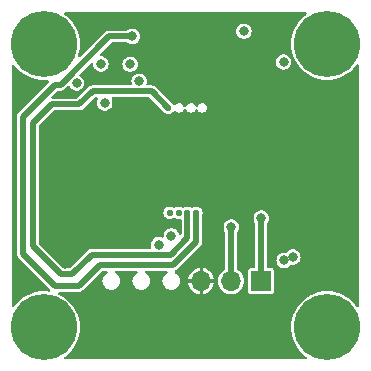
<source format=gbr>
%TF.GenerationSoftware,KiCad,Pcbnew,7.0.10*%
%TF.CreationDate,2024-02-18T19:35:46+01:00*%
%TF.ProjectId,CSI2SPY22,43534932-5350-4593-9232-2e6b69636164,rev?*%
%TF.SameCoordinates,Original*%
%TF.FileFunction,Copper,L2,Inr*%
%TF.FilePolarity,Positive*%
%FSLAX46Y46*%
G04 Gerber Fmt 4.6, Leading zero omitted, Abs format (unit mm)*
G04 Created by KiCad (PCBNEW 7.0.10) date 2024-02-18 19:35:46*
%MOMM*%
%LPD*%
G01*
G04 APERTURE LIST*
%TA.AperFunction,ComponentPad*%
%ADD10R,1.700000X1.700000*%
%TD*%
%TA.AperFunction,ComponentPad*%
%ADD11O,1.700000X1.700000*%
%TD*%
%TA.AperFunction,ComponentPad*%
%ADD12C,5.600000*%
%TD*%
%TA.AperFunction,ViaPad*%
%ADD13C,0.800000*%
%TD*%
%TA.AperFunction,ViaPad*%
%ADD14C,0.450000*%
%TD*%
%TA.AperFunction,ViaPad*%
%ADD15C,0.550000*%
%TD*%
%TA.AperFunction,ViaPad*%
%ADD16C,0.500000*%
%TD*%
%TA.AperFunction,Conductor*%
%ADD17C,0.500000*%
%TD*%
G04 APERTURE END LIST*
D10*
%TO.N,/IO0*%
%TO.C,J3*%
X21425000Y-23075000D03*
D11*
%TO.N,/IO1*%
X18885000Y-23075000D03*
%TO.N,GND*%
X16345000Y-23075000D03*
%TD*%
D12*
%TO.N,unconnected-(H2-Pad1)*%
%TO.C,H2*%
X3000000Y-27000000D03*
%TD*%
%TO.N,unconnected-(H1-Pad1)*%
%TO.C,H1*%
X3000000Y-3000000D03*
%TD*%
%TO.N,unconnected-(H3-Pad1)*%
%TO.C,H3*%
X27000000Y-27000000D03*
%TD*%
%TO.N,unconnected-(H4-Pad1)*%
%TO.C,H4*%
X27000000Y-3000000D03*
%TD*%
D13*
%TO.N,GND*%
X16740000Y-950000D03*
X3000000Y-12750000D03*
X16750000Y-4350000D03*
X27000000Y-11250000D03*
D14*
X15000000Y-12000000D03*
D15*
X17400000Y-8600000D03*
D14*
X15750000Y-12000000D03*
D13*
X6930000Y-24170000D03*
D15*
X11850000Y-8775000D03*
D13*
X22125000Y-1075000D03*
X13550000Y-26130000D03*
X27000000Y-17250000D03*
X22500000Y-9250000D03*
D14*
X14250000Y-12000000D03*
D13*
X19970000Y-28810000D03*
X9070000Y-950000D03*
D14*
X15000000Y-15000000D03*
X14250000Y-13500000D03*
D13*
X12130000Y-950000D03*
X29250000Y-6000000D03*
X3000000Y-14250000D03*
X4840000Y-21650000D03*
X27000000Y-10000000D03*
X3000000Y-15750000D03*
X7060000Y-28810000D03*
D15*
X18107727Y-17332727D03*
D13*
X19970000Y-26050000D03*
D16*
X13000000Y-10550000D03*
D13*
X9500000Y-9250000D03*
X11270000Y-28810000D03*
X3000000Y-11250000D03*
D15*
X12625000Y-8650000D03*
D13*
X3000000Y-18750000D03*
X25100000Y-22800000D03*
X23650000Y-28810000D03*
X3000000Y-17250000D03*
X3000000Y-10000000D03*
X15610000Y-28810000D03*
D16*
X17000000Y-10550000D03*
D13*
X27000000Y-15750000D03*
X26950000Y-20060000D03*
X27000000Y-18750000D03*
D15*
X18100000Y-8775000D03*
D13*
X24750000Y-9250000D03*
X29250000Y-23750000D03*
D14*
X15750000Y-13500000D03*
X15000000Y-13500000D03*
D13*
X5830000Y-950000D03*
X27000000Y-14250000D03*
X750000Y-6000000D03*
X27000000Y-12750000D03*
X20500000Y-9250000D03*
D14*
X14250000Y-15000000D03*
D13*
X5250000Y-9250000D03*
D14*
X15750000Y-15000000D03*
D13*
X750000Y-23750000D03*
%TO.N,/IO0*%
X23310000Y-4540000D03*
X21425000Y-17750000D03*
%TO.N,/IO1*%
X18885000Y-18500000D03*
%TO.N,/SCL*%
X13805000Y-19250000D03*
X7850000Y-4700000D03*
%TO.N,/SDA*%
X12750000Y-20000000D03*
X5790000Y-6310000D03*
%TO.N,/VDD33*%
X23350000Y-21340000D03*
X24090000Y-21040000D03*
X19950000Y-1930000D03*
%TO.N,VCC*%
X8170000Y-8010000D03*
D15*
X15925000Y-17300000D03*
D13*
X10500000Y-2370000D03*
D15*
%TO.N,VDD*%
X13550000Y-8425000D03*
X15175000Y-17300000D03*
%TO.N,EQ{slash}SCL*%
X14425000Y-17300000D03*
D13*
X11080000Y-6170000D03*
%TO.N,ERC{slash}SDA*%
X10325000Y-4725000D03*
D15*
X13675000Y-17300000D03*
%TD*%
D17*
%TO.N,/IO0*%
X21425000Y-17750000D02*
X21425000Y-23075000D01*
%TO.N,/IO1*%
X18885000Y-18500000D02*
X18885000Y-23075000D01*
%TO.N,VCC*%
X4437918Y-6460000D02*
X8527918Y-2370000D01*
X15925000Y-17300000D02*
X15925000Y-19755000D01*
X1230000Y-20750000D02*
X1230000Y-9160000D01*
X5950000Y-23500000D02*
X3980000Y-23500000D01*
X3980000Y-23500000D02*
X1230000Y-20750000D01*
X3930000Y-6460000D02*
X4437918Y-6460000D01*
X7760000Y-21690000D02*
X5950000Y-23500000D01*
X15925000Y-19755000D02*
X13990000Y-21690000D01*
X1230000Y-9160000D02*
X3930000Y-6460000D01*
X8527918Y-2370000D02*
X10500000Y-2370000D01*
X13990000Y-21690000D02*
X7760000Y-21690000D01*
%TO.N,VDD*%
X12145000Y-7020000D02*
X7140000Y-7020000D01*
X13748578Y-20850000D02*
X15175000Y-19423578D01*
X7140000Y-7020000D02*
X6030000Y-8130000D01*
X15175000Y-19423578D02*
X15175000Y-17300000D01*
X6030000Y-8130000D02*
X3667918Y-8130000D01*
X4487918Y-22500000D02*
X5440000Y-22500000D01*
X2080000Y-9717918D02*
X2080000Y-20092082D01*
X13550000Y-8425000D02*
X12145000Y-7020000D01*
X2080000Y-20092082D02*
X4487918Y-22500000D01*
X5440000Y-22500000D02*
X7090000Y-20850000D01*
X3667918Y-8130000D02*
X2080000Y-9717918D01*
X7090000Y-20850000D02*
X13748578Y-20850000D01*
%TD*%
%TA.AperFunction,Conductor*%
%TO.N,GND*%
G36*
X25211023Y-320185D02*
G01*
X25256778Y-372989D01*
X25266722Y-442147D01*
X25237697Y-505703D01*
X25215739Y-525630D01*
X25095040Y-611269D01*
X24839573Y-839570D01*
X24839570Y-839573D01*
X24611269Y-1095040D01*
X24412998Y-1374478D01*
X24247263Y-1674353D01*
X24116146Y-1990899D01*
X24021297Y-2320124D01*
X24021295Y-2320133D01*
X23963905Y-2657906D01*
X23963903Y-2657918D01*
X23944693Y-3000000D01*
X23963903Y-3342081D01*
X23963904Y-3342086D01*
X24021296Y-3679870D01*
X24116147Y-4009104D01*
X24209914Y-4235477D01*
X24247263Y-4325646D01*
X24412998Y-4625521D01*
X24611269Y-4904959D01*
X24839570Y-5160426D01*
X24839573Y-5160429D01*
X25095040Y-5388730D01*
X25095046Y-5388734D01*
X25095047Y-5388735D01*
X25374479Y-5587002D01*
X25674352Y-5752736D01*
X25990896Y-5883853D01*
X26320130Y-5978704D01*
X26657914Y-6036096D01*
X27000000Y-6055307D01*
X27342086Y-6036096D01*
X27679870Y-5978704D01*
X28009104Y-5883853D01*
X28325648Y-5752736D01*
X28625521Y-5587002D01*
X28904953Y-5388735D01*
X29160428Y-5160428D01*
X29388735Y-4904953D01*
X29474370Y-4784260D01*
X29529218Y-4740977D01*
X29598760Y-4734217D01*
X29660917Y-4766128D01*
X29695955Y-4826577D01*
X29699500Y-4856016D01*
X29699500Y-25143983D01*
X29679815Y-25211022D01*
X29627011Y-25256777D01*
X29557853Y-25266721D01*
X29494297Y-25237696D01*
X29474371Y-25215739D01*
X29388731Y-25095042D01*
X29160429Y-24839573D01*
X29160426Y-24839570D01*
X28904959Y-24611269D01*
X28625521Y-24412998D01*
X28325646Y-24247263D01*
X28260087Y-24220108D01*
X28009104Y-24116147D01*
X27924479Y-24091766D01*
X27679875Y-24021297D01*
X27679866Y-24021295D01*
X27342093Y-23963905D01*
X27342081Y-23963903D01*
X27000000Y-23944693D01*
X26657918Y-23963903D01*
X26657906Y-23963905D01*
X26320133Y-24021295D01*
X26320124Y-24021297D01*
X25990899Y-24116146D01*
X25990896Y-24116147D01*
X25898184Y-24154549D01*
X25674353Y-24247263D01*
X25374478Y-24412998D01*
X25095040Y-24611269D01*
X24839573Y-24839570D01*
X24839570Y-24839573D01*
X24611269Y-25095040D01*
X24412998Y-25374478D01*
X24247263Y-25674353D01*
X24116146Y-25990899D01*
X24021297Y-26320124D01*
X24021295Y-26320133D01*
X23963905Y-26657906D01*
X23963903Y-26657918D01*
X23944693Y-27000000D01*
X23963903Y-27342081D01*
X23963905Y-27342093D01*
X23993626Y-27517020D01*
X24021296Y-27679870D01*
X24116147Y-28009104D01*
X24188764Y-28184416D01*
X24247263Y-28325646D01*
X24412998Y-28625521D01*
X24611269Y-28904959D01*
X24839570Y-29160426D01*
X24839573Y-29160429D01*
X25095040Y-29388730D01*
X25215739Y-29474370D01*
X25259023Y-29529218D01*
X25265783Y-29598760D01*
X25233872Y-29660917D01*
X25173423Y-29695955D01*
X25143984Y-29699500D01*
X4856016Y-29699500D01*
X4788977Y-29679815D01*
X4743222Y-29627011D01*
X4733278Y-29557853D01*
X4762303Y-29494297D01*
X4784261Y-29474370D01*
X4904953Y-29388735D01*
X4962836Y-29337008D01*
X4985414Y-29316829D01*
X5160428Y-29160428D01*
X5388735Y-28904953D01*
X5587002Y-28625521D01*
X5752736Y-28325648D01*
X5883853Y-28009104D01*
X5978704Y-27679870D01*
X6036096Y-27342086D01*
X6055307Y-27000000D01*
X6036096Y-26657914D01*
X5978704Y-26320130D01*
X5883853Y-25990896D01*
X5752736Y-25674352D01*
X5587002Y-25374479D01*
X5388735Y-25095047D01*
X5388731Y-25095042D01*
X5388730Y-25095040D01*
X5160429Y-24839573D01*
X5160426Y-24839570D01*
X4904959Y-24611269D01*
X4625521Y-24412998D01*
X4325646Y-24247263D01*
X4305845Y-24239061D01*
X4251442Y-24195220D01*
X4229377Y-24128926D01*
X4246656Y-24061226D01*
X4297794Y-24013616D01*
X4353298Y-24000500D01*
X5882857Y-24000500D01*
X5909215Y-24003334D01*
X5913927Y-24004359D01*
X5963461Y-24000815D01*
X5972308Y-24000500D01*
X5985799Y-24000500D01*
X5999156Y-23998579D01*
X6007951Y-23997633D01*
X6057483Y-23994091D01*
X6061992Y-23992408D01*
X6087685Y-23985850D01*
X6092457Y-23985165D01*
X6137637Y-23964530D01*
X6145801Y-23961149D01*
X6192331Y-23943796D01*
X6196189Y-23940907D01*
X6218995Y-23927375D01*
X6223373Y-23925377D01*
X6260899Y-23892859D01*
X6267778Y-23887316D01*
X6278593Y-23879221D01*
X6288155Y-23869658D01*
X6294605Y-23863653D01*
X6332143Y-23831128D01*
X6334751Y-23827068D01*
X6351381Y-23806431D01*
X7930995Y-22226819D01*
X7992318Y-22193334D01*
X8018676Y-22190500D01*
X8289863Y-22190500D01*
X8356902Y-22210185D01*
X8402657Y-22262989D01*
X8412601Y-22332147D01*
X8383576Y-22395703D01*
X8358002Y-22418100D01*
X8239306Y-22496167D01*
X8239305Y-22496168D01*
X8118910Y-22623778D01*
X8031188Y-22775718D01*
X7980870Y-22943789D01*
X7980869Y-22943794D01*
X7970668Y-23118933D01*
X7998716Y-23277991D01*
X8001135Y-23291711D01*
X8070623Y-23452804D01*
X8070624Y-23452806D01*
X8070626Y-23452809D01*
X8161595Y-23575000D01*
X8175390Y-23593530D01*
X8309786Y-23706302D01*
X8387488Y-23745325D01*
X8466562Y-23785038D01*
X8466563Y-23785038D01*
X8466567Y-23785040D01*
X8637279Y-23825500D01*
X8637282Y-23825500D01*
X8768701Y-23825500D01*
X8768709Y-23825500D01*
X8899255Y-23810241D01*
X9064117Y-23750237D01*
X9210696Y-23653830D01*
X9331092Y-23526218D01*
X9418812Y-23374281D01*
X9469130Y-23206210D01*
X9479331Y-23031065D01*
X9448865Y-22858289D01*
X9379377Y-22697196D01*
X9363549Y-22675936D01*
X9274609Y-22556469D01*
X9202744Y-22496167D01*
X9140214Y-22443698D01*
X9103599Y-22425309D01*
X9052527Y-22377633D01*
X9035337Y-22309910D01*
X9057489Y-22243645D01*
X9111951Y-22199876D01*
X9159252Y-22190500D01*
X10829863Y-22190500D01*
X10896902Y-22210185D01*
X10942657Y-22262989D01*
X10952601Y-22332147D01*
X10923576Y-22395703D01*
X10898002Y-22418100D01*
X10779306Y-22496167D01*
X10779305Y-22496168D01*
X10658910Y-22623778D01*
X10571188Y-22775718D01*
X10520870Y-22943789D01*
X10520869Y-22943794D01*
X10510668Y-23118933D01*
X10538716Y-23277991D01*
X10541135Y-23291711D01*
X10610623Y-23452804D01*
X10610624Y-23452806D01*
X10610626Y-23452809D01*
X10701595Y-23575000D01*
X10715390Y-23593530D01*
X10849786Y-23706302D01*
X10927488Y-23745325D01*
X11006562Y-23785038D01*
X11006563Y-23785038D01*
X11006567Y-23785040D01*
X11177279Y-23825500D01*
X11177282Y-23825500D01*
X11308701Y-23825500D01*
X11308709Y-23825500D01*
X11439255Y-23810241D01*
X11604117Y-23750237D01*
X11750696Y-23653830D01*
X11871092Y-23526218D01*
X11958812Y-23374281D01*
X12009130Y-23206210D01*
X12019331Y-23031065D01*
X11988865Y-22858289D01*
X11919377Y-22697196D01*
X11903549Y-22675936D01*
X11814609Y-22556469D01*
X11742744Y-22496167D01*
X11680214Y-22443698D01*
X11643599Y-22425309D01*
X11592527Y-22377633D01*
X11575337Y-22309910D01*
X11597489Y-22243645D01*
X11651951Y-22199876D01*
X11699252Y-22190500D01*
X13369863Y-22190500D01*
X13436902Y-22210185D01*
X13482657Y-22262989D01*
X13492601Y-22332147D01*
X13463576Y-22395703D01*
X13438002Y-22418100D01*
X13319306Y-22496167D01*
X13319305Y-22496168D01*
X13198910Y-22623778D01*
X13111188Y-22775718D01*
X13060870Y-22943789D01*
X13060869Y-22943794D01*
X13050668Y-23118933D01*
X13078716Y-23277991D01*
X13081135Y-23291711D01*
X13150623Y-23452804D01*
X13150624Y-23452806D01*
X13150626Y-23452809D01*
X13241595Y-23575000D01*
X13255390Y-23593530D01*
X13389786Y-23706302D01*
X13467488Y-23745325D01*
X13546562Y-23785038D01*
X13546563Y-23785038D01*
X13546567Y-23785040D01*
X13717279Y-23825500D01*
X13717282Y-23825500D01*
X13848701Y-23825500D01*
X13848709Y-23825500D01*
X13979255Y-23810241D01*
X14144117Y-23750237D01*
X14290696Y-23653830D01*
X14411092Y-23526218D01*
X14498812Y-23374281D01*
X14549130Y-23206210D01*
X14559331Y-23031065D01*
X14540628Y-22924999D01*
X15254186Y-22924999D01*
X15254187Y-22925000D01*
X15867935Y-22925000D01*
X15845000Y-23003111D01*
X15845000Y-23146889D01*
X15867935Y-23225000D01*
X15254187Y-23225000D01*
X15259097Y-23277991D01*
X15314883Y-23474063D01*
X15314886Y-23474069D01*
X15405754Y-23656556D01*
X15528608Y-23819242D01*
X15679260Y-23956578D01*
X15852584Y-24063897D01*
X16042678Y-24137539D01*
X16195000Y-24166013D01*
X16195000Y-23556170D01*
X16202685Y-23559680D01*
X16309237Y-23575000D01*
X16380763Y-23575000D01*
X16487315Y-23559680D01*
X16495000Y-23556170D01*
X16495000Y-24166013D01*
X16647321Y-24137539D01*
X16837415Y-24063897D01*
X17010739Y-23956578D01*
X17161391Y-23819242D01*
X17284245Y-23656556D01*
X17375113Y-23474069D01*
X17375116Y-23474063D01*
X17430902Y-23277991D01*
X17435813Y-23225000D01*
X16822065Y-23225000D01*
X16845000Y-23146889D01*
X16845000Y-23075000D01*
X17779785Y-23075000D01*
X17798602Y-23278082D01*
X17854417Y-23474247D01*
X17854422Y-23474260D01*
X17945327Y-23656821D01*
X18068237Y-23819581D01*
X18218958Y-23956980D01*
X18218960Y-23956982D01*
X18295477Y-24004359D01*
X18392363Y-24064348D01*
X18582544Y-24138024D01*
X18783024Y-24175500D01*
X18783026Y-24175500D01*
X18986974Y-24175500D01*
X18986976Y-24175500D01*
X19187456Y-24138024D01*
X19377637Y-24064348D01*
X19551041Y-23956981D01*
X19559052Y-23949678D01*
X20324500Y-23949678D01*
X20339032Y-24022735D01*
X20339033Y-24022739D01*
X20339034Y-24022740D01*
X20394399Y-24105601D01*
X20477260Y-24160966D01*
X20477264Y-24160967D01*
X20550321Y-24175499D01*
X20550324Y-24175500D01*
X20550326Y-24175500D01*
X22299676Y-24175500D01*
X22299677Y-24175499D01*
X22372740Y-24160966D01*
X22455601Y-24105601D01*
X22510966Y-24022740D01*
X22525500Y-23949674D01*
X22525500Y-22200326D01*
X22525500Y-22200323D01*
X22525499Y-22200321D01*
X22510967Y-22127264D01*
X22510966Y-22127260D01*
X22503025Y-22115375D01*
X22455601Y-22044399D01*
X22388404Y-21999500D01*
X22372739Y-21989033D01*
X22372735Y-21989032D01*
X22299677Y-21974500D01*
X22299674Y-21974500D01*
X22049500Y-21974500D01*
X21982461Y-21954815D01*
X21936706Y-21902011D01*
X21925500Y-21850500D01*
X21925500Y-21340000D01*
X22694722Y-21340000D01*
X22713762Y-21496818D01*
X22745038Y-21579284D01*
X22769780Y-21644523D01*
X22859517Y-21774530D01*
X22977760Y-21879283D01*
X22977762Y-21879284D01*
X23117634Y-21952696D01*
X23271014Y-21990500D01*
X23271015Y-21990500D01*
X23428985Y-21990500D01*
X23582365Y-21952696D01*
X23649350Y-21917539D01*
X23722240Y-21879283D01*
X23840483Y-21774530D01*
X23866224Y-21737235D01*
X23920504Y-21693247D01*
X23989953Y-21685586D01*
X23997939Y-21687277D01*
X24011015Y-21690500D01*
X24168985Y-21690500D01*
X24322365Y-21652696D01*
X24337937Y-21644523D01*
X24462240Y-21579283D01*
X24580483Y-21474530D01*
X24670220Y-21344523D01*
X24726237Y-21196818D01*
X24745278Y-21040000D01*
X24743259Y-21023367D01*
X24726237Y-20883181D01*
X24694369Y-20799154D01*
X24670220Y-20735477D01*
X24580483Y-20605470D01*
X24462240Y-20500717D01*
X24462238Y-20500716D01*
X24462237Y-20500715D01*
X24322365Y-20427303D01*
X24168986Y-20389500D01*
X24168985Y-20389500D01*
X24011015Y-20389500D01*
X24011014Y-20389500D01*
X23857634Y-20427303D01*
X23717762Y-20500715D01*
X23599515Y-20605471D01*
X23573774Y-20642764D01*
X23519491Y-20686754D01*
X23450042Y-20694413D01*
X23442052Y-20692720D01*
X23428988Y-20689500D01*
X23428985Y-20689500D01*
X23271015Y-20689500D01*
X23271014Y-20689500D01*
X23117634Y-20727303D01*
X22977762Y-20800715D01*
X22859516Y-20905471D01*
X22769781Y-21035475D01*
X22769780Y-21035476D01*
X22713762Y-21183181D01*
X22694722Y-21339999D01*
X22694722Y-21340000D01*
X21925500Y-21340000D01*
X21925500Y-18208657D01*
X21945185Y-18141618D01*
X21947450Y-18138217D01*
X22005219Y-18054524D01*
X22005220Y-18054523D01*
X22061237Y-17906818D01*
X22080278Y-17750000D01*
X22075101Y-17707359D01*
X22061237Y-17593181D01*
X22012580Y-17464884D01*
X22005220Y-17445477D01*
X21915483Y-17315470D01*
X21797240Y-17210717D01*
X21797238Y-17210716D01*
X21797237Y-17210715D01*
X21657365Y-17137303D01*
X21503986Y-17099500D01*
X21503985Y-17099500D01*
X21346015Y-17099500D01*
X21346014Y-17099500D01*
X21192634Y-17137303D01*
X21052762Y-17210715D01*
X20934516Y-17315471D01*
X20844781Y-17445475D01*
X20844780Y-17445476D01*
X20788762Y-17593181D01*
X20769722Y-17749999D01*
X20769722Y-17750000D01*
X20788762Y-17906818D01*
X20844780Y-18054523D01*
X20844780Y-18054524D01*
X20902550Y-18138217D01*
X20924433Y-18204571D01*
X20924500Y-18208657D01*
X20924500Y-21850500D01*
X20904815Y-21917539D01*
X20852011Y-21963294D01*
X20800500Y-21974500D01*
X20550323Y-21974500D01*
X20477264Y-21989032D01*
X20477260Y-21989033D01*
X20394399Y-22044399D01*
X20339033Y-22127260D01*
X20339032Y-22127264D01*
X20324500Y-22200321D01*
X20324500Y-23949678D01*
X19559052Y-23949678D01*
X19689095Y-23831128D01*
X19701762Y-23819581D01*
X19704575Y-23815856D01*
X19824673Y-23656821D01*
X19915582Y-23474250D01*
X19971397Y-23278083D01*
X19990215Y-23075000D01*
X19971397Y-22871917D01*
X19915582Y-22675750D01*
X19824673Y-22493179D01*
X19708816Y-22339759D01*
X19701762Y-22330418D01*
X19551482Y-22193421D01*
X19551041Y-22193019D01*
X19450732Y-22130910D01*
X19444222Y-22126879D01*
X19397587Y-22074851D01*
X19385500Y-22021452D01*
X19385500Y-18958657D01*
X19405185Y-18891618D01*
X19407450Y-18888217D01*
X19465219Y-18804524D01*
X19465220Y-18804523D01*
X19521237Y-18656818D01*
X19540278Y-18500000D01*
X19521237Y-18343182D01*
X19465220Y-18195477D01*
X19375483Y-18065470D01*
X19257240Y-17960717D01*
X19257238Y-17960716D01*
X19257237Y-17960715D01*
X19117365Y-17887303D01*
X18963986Y-17849500D01*
X18963985Y-17849500D01*
X18806015Y-17849500D01*
X18806014Y-17849500D01*
X18652634Y-17887303D01*
X18512762Y-17960715D01*
X18394516Y-18065471D01*
X18304781Y-18195475D01*
X18304780Y-18195476D01*
X18248762Y-18343181D01*
X18229722Y-18499999D01*
X18229722Y-18500000D01*
X18248762Y-18656818D01*
X18304780Y-18804523D01*
X18304780Y-18804524D01*
X18362550Y-18888217D01*
X18384433Y-18954571D01*
X18384500Y-18958657D01*
X18384500Y-22021452D01*
X18364815Y-22088491D01*
X18325778Y-22126879D01*
X18218957Y-22193020D01*
X18068237Y-22330418D01*
X17945327Y-22493178D01*
X17854422Y-22675739D01*
X17854417Y-22675752D01*
X17798602Y-22871917D01*
X17779785Y-23074999D01*
X17779785Y-23075000D01*
X16845000Y-23075000D01*
X16845000Y-23003111D01*
X16822065Y-22925000D01*
X17435813Y-22925000D01*
X17435813Y-22924999D01*
X17430902Y-22872008D01*
X17375116Y-22675936D01*
X17375113Y-22675930D01*
X17284245Y-22493443D01*
X17161391Y-22330757D01*
X17010739Y-22193421D01*
X16837415Y-22086102D01*
X16647322Y-22012460D01*
X16495000Y-21983985D01*
X16495000Y-22593829D01*
X16487315Y-22590320D01*
X16380763Y-22575000D01*
X16309237Y-22575000D01*
X16202685Y-22590320D01*
X16195000Y-22593829D01*
X16195000Y-21983985D01*
X16042677Y-22012460D01*
X15852584Y-22086102D01*
X15679260Y-22193421D01*
X15528608Y-22330757D01*
X15405754Y-22493443D01*
X15314886Y-22675930D01*
X15314883Y-22675936D01*
X15259097Y-22872008D01*
X15254186Y-22924999D01*
X14540628Y-22924999D01*
X14528865Y-22858289D01*
X14459377Y-22697196D01*
X14443549Y-22675936D01*
X14354609Y-22556469D01*
X14220214Y-22443698D01*
X14220212Y-22443697D01*
X14129593Y-22398186D01*
X14078519Y-22350508D01*
X14061329Y-22282786D01*
X14083481Y-22216521D01*
X14133732Y-22174582D01*
X14146586Y-22168711D01*
X14177632Y-22154534D01*
X14185801Y-22151149D01*
X14232331Y-22133796D01*
X14236189Y-22130907D01*
X14258995Y-22117375D01*
X14263373Y-22115377D01*
X14300899Y-22082859D01*
X14307778Y-22077316D01*
X14318593Y-22069221D01*
X14328155Y-22059658D01*
X14334605Y-22053653D01*
X14372143Y-22021128D01*
X14374751Y-22017068D01*
X14391381Y-21996431D01*
X16231428Y-20156383D01*
X16252069Y-20139750D01*
X16256128Y-20137143D01*
X16288660Y-20099596D01*
X16294684Y-20093128D01*
X16304213Y-20083600D01*
X16304213Y-20083599D01*
X16304220Y-20083593D01*
X16312319Y-20072772D01*
X16317850Y-20065909D01*
X16350377Y-20028373D01*
X16352375Y-20023995D01*
X16365907Y-20001189D01*
X16368796Y-19997331D01*
X16386149Y-19950801D01*
X16389534Y-19942630D01*
X16392885Y-19935293D01*
X16410165Y-19897457D01*
X16410850Y-19892685D01*
X16417409Y-19866992D01*
X16419091Y-19862483D01*
X16422633Y-19812951D01*
X16423580Y-19804148D01*
X16425500Y-19790799D01*
X16425500Y-19777308D01*
X16425816Y-19768461D01*
X16429359Y-19718927D01*
X16428332Y-19714206D01*
X16425500Y-19687858D01*
X16425500Y-17489548D01*
X16434939Y-17442095D01*
X16436974Y-17437183D01*
X16455035Y-17300000D01*
X16436974Y-17162817D01*
X16384024Y-17034983D01*
X16299791Y-16925209D01*
X16299789Y-16925208D01*
X16299789Y-16925207D01*
X16224514Y-16867446D01*
X16190018Y-16840976D01*
X16190017Y-16840975D01*
X16190015Y-16840974D01*
X16062186Y-16788027D01*
X16062184Y-16788026D01*
X16062183Y-16788026D01*
X15970727Y-16775985D01*
X15925001Y-16769965D01*
X15924999Y-16769965D01*
X15856408Y-16778995D01*
X15787817Y-16788026D01*
X15787816Y-16788026D01*
X15787813Y-16788027D01*
X15659984Y-16840974D01*
X15659982Y-16840976D01*
X15625486Y-16867446D01*
X15560316Y-16892640D01*
X15491872Y-16878601D01*
X15474513Y-16867445D01*
X15440019Y-16840976D01*
X15440016Y-16840975D01*
X15312186Y-16788027D01*
X15312184Y-16788026D01*
X15312183Y-16788026D01*
X15220727Y-16775985D01*
X15175001Y-16769965D01*
X15174999Y-16769965D01*
X15106408Y-16778995D01*
X15037817Y-16788026D01*
X15037816Y-16788026D01*
X15037813Y-16788027D01*
X14909984Y-16840974D01*
X14909982Y-16840976D01*
X14875486Y-16867446D01*
X14810316Y-16892640D01*
X14741872Y-16878601D01*
X14724513Y-16867445D01*
X14690019Y-16840976D01*
X14690016Y-16840975D01*
X14562186Y-16788027D01*
X14562184Y-16788026D01*
X14562183Y-16788026D01*
X14470727Y-16775985D01*
X14425001Y-16769965D01*
X14424999Y-16769965D01*
X14356408Y-16778995D01*
X14287817Y-16788026D01*
X14287816Y-16788026D01*
X14287813Y-16788027D01*
X14159984Y-16840974D01*
X14159982Y-16840976D01*
X14125486Y-16867446D01*
X14060316Y-16892640D01*
X13991872Y-16878601D01*
X13974513Y-16867445D01*
X13940019Y-16840976D01*
X13940016Y-16840975D01*
X13812186Y-16788027D01*
X13812184Y-16788026D01*
X13812183Y-16788026D01*
X13720727Y-16775985D01*
X13675001Y-16769965D01*
X13674999Y-16769965D01*
X13606408Y-16778995D01*
X13537817Y-16788026D01*
X13537816Y-16788026D01*
X13537813Y-16788027D01*
X13409985Y-16840974D01*
X13300209Y-16925209D01*
X13215974Y-17034985D01*
X13163027Y-17162813D01*
X13163026Y-17162818D01*
X13144965Y-17299999D01*
X13144965Y-17300000D01*
X13163026Y-17437181D01*
X13163027Y-17437186D01*
X13215974Y-17565015D01*
X13215975Y-17565017D01*
X13215976Y-17565018D01*
X13300209Y-17674791D01*
X13409982Y-17759024D01*
X13537817Y-17811974D01*
X13660702Y-17828152D01*
X13674999Y-17830035D01*
X13675000Y-17830035D01*
X13675001Y-17830035D01*
X13687947Y-17828330D01*
X13812183Y-17811974D01*
X13940018Y-17759024D01*
X13974513Y-17732554D01*
X14039680Y-17707359D01*
X14108125Y-17721396D01*
X14125484Y-17732552D01*
X14141082Y-17744521D01*
X14159980Y-17759023D01*
X14159981Y-17759023D01*
X14159982Y-17759024D01*
X14287817Y-17811974D01*
X14425000Y-17830035D01*
X14534317Y-17815642D01*
X14603348Y-17826407D01*
X14655605Y-17872786D01*
X14674500Y-17938581D01*
X14674500Y-19031599D01*
X14654815Y-19098638D01*
X14602011Y-19144393D01*
X14532853Y-19154337D01*
X14469297Y-19125312D01*
X14434558Y-19075570D01*
X14417212Y-19029834D01*
X14385220Y-18945477D01*
X14295483Y-18815470D01*
X14177240Y-18710717D01*
X14177238Y-18710716D01*
X14177237Y-18710715D01*
X14037365Y-18637303D01*
X13883986Y-18599500D01*
X13883985Y-18599500D01*
X13726015Y-18599500D01*
X13726014Y-18599500D01*
X13572634Y-18637303D01*
X13432762Y-18710715D01*
X13314516Y-18815471D01*
X13224781Y-18945475D01*
X13224780Y-18945476D01*
X13168762Y-19093181D01*
X13149722Y-19249999D01*
X13149722Y-19250006D01*
X13150552Y-19256844D01*
X13139090Y-19325767D01*
X13092184Y-19377551D01*
X13024728Y-19395756D01*
X12989689Y-19388936D01*
X12989649Y-19389099D01*
X12986364Y-19388289D01*
X12983490Y-19387730D01*
X12982367Y-19387304D01*
X12828986Y-19349500D01*
X12828985Y-19349500D01*
X12671015Y-19349500D01*
X12671014Y-19349500D01*
X12517634Y-19387303D01*
X12377762Y-19460715D01*
X12259516Y-19565471D01*
X12169781Y-19695475D01*
X12169780Y-19695476D01*
X12113762Y-19843181D01*
X12094722Y-19999999D01*
X12094722Y-20000000D01*
X12113763Y-20156819D01*
X12113763Y-20156821D01*
X12123134Y-20181530D01*
X12128501Y-20251193D01*
X12095353Y-20312699D01*
X12034214Y-20346520D01*
X12007192Y-20349500D01*
X7157138Y-20349500D01*
X7130781Y-20346666D01*
X7126076Y-20345642D01*
X7126068Y-20345642D01*
X7076547Y-20349184D01*
X7067701Y-20349500D01*
X7054197Y-20349500D01*
X7040835Y-20351421D01*
X7032045Y-20352366D01*
X6982514Y-20355909D01*
X6977986Y-20357598D01*
X6952327Y-20364146D01*
X6947550Y-20364833D01*
X6947543Y-20364835D01*
X6902365Y-20385466D01*
X6894191Y-20388851D01*
X6847675Y-20406200D01*
X6847668Y-20406204D01*
X6843800Y-20409100D01*
X6821019Y-20422616D01*
X6816627Y-20424623D01*
X6783852Y-20453022D01*
X6779098Y-20457141D01*
X6772219Y-20462684D01*
X6761409Y-20470777D01*
X6751860Y-20480325D01*
X6745395Y-20486343D01*
X6707859Y-20518870D01*
X6707856Y-20518873D01*
X6705245Y-20522936D01*
X6688615Y-20543570D01*
X5269005Y-21963181D01*
X5207682Y-21996666D01*
X5181324Y-21999500D01*
X4746593Y-21999500D01*
X4679554Y-21979815D01*
X4658912Y-21963181D01*
X2616819Y-19921087D01*
X2583334Y-19859764D01*
X2580500Y-19833406D01*
X2580500Y-9976594D01*
X2600185Y-9909555D01*
X2616819Y-9888913D01*
X3838913Y-8666819D01*
X3900236Y-8633334D01*
X3926594Y-8630500D01*
X5962857Y-8630500D01*
X5989215Y-8633334D01*
X5993927Y-8634359D01*
X6043461Y-8630815D01*
X6052308Y-8630500D01*
X6065799Y-8630500D01*
X6079156Y-8628579D01*
X6087951Y-8627633D01*
X6137483Y-8624091D01*
X6141992Y-8622408D01*
X6167685Y-8615850D01*
X6172457Y-8615165D01*
X6217637Y-8594530D01*
X6225801Y-8591149D01*
X6272331Y-8573796D01*
X6276189Y-8570907D01*
X6298995Y-8557375D01*
X6303373Y-8555377D01*
X6340899Y-8522859D01*
X6347778Y-8517316D01*
X6358593Y-8509221D01*
X6368155Y-8499658D01*
X6374605Y-8493653D01*
X6412143Y-8461128D01*
X6414751Y-8457068D01*
X6431381Y-8436431D01*
X7310995Y-7556819D01*
X7372318Y-7523334D01*
X7398676Y-7520500D01*
X7481742Y-7520500D01*
X7548781Y-7540185D01*
X7594536Y-7592989D01*
X7604480Y-7662147D01*
X7591542Y-7702119D01*
X7589781Y-7705473D01*
X7533762Y-7853181D01*
X7514722Y-8009999D01*
X7514722Y-8010000D01*
X7533762Y-8166818D01*
X7568429Y-8258225D01*
X7589780Y-8314523D01*
X7679517Y-8444530D01*
X7797760Y-8549283D01*
X7797762Y-8549284D01*
X7937634Y-8622696D01*
X8091014Y-8660500D01*
X8091015Y-8660500D01*
X8248985Y-8660500D01*
X8402365Y-8622696D01*
X8402912Y-8622409D01*
X8542240Y-8549283D01*
X8660483Y-8444530D01*
X8750220Y-8314523D01*
X8806237Y-8166818D01*
X8825278Y-8010000D01*
X8816422Y-7937059D01*
X8806237Y-7853181D01*
X8750218Y-7705473D01*
X8748458Y-7702119D01*
X8747911Y-7699391D01*
X8747560Y-7698464D01*
X8747714Y-7698405D01*
X8734737Y-7633610D01*
X8760233Y-7568558D01*
X8816851Y-7527618D01*
X8858258Y-7520500D01*
X11886324Y-7520500D01*
X11953363Y-7540185D01*
X11974005Y-7556819D01*
X13062059Y-8644873D01*
X13088939Y-8685101D01*
X13090976Y-8690018D01*
X13175209Y-8799791D01*
X13284982Y-8884024D01*
X13412817Y-8936974D01*
X13535702Y-8953152D01*
X13549999Y-8955035D01*
X13550000Y-8955035D01*
X13550001Y-8955035D01*
X13562947Y-8953330D01*
X13687183Y-8936974D01*
X13815018Y-8884024D01*
X13924791Y-8799791D01*
X13994415Y-8709056D01*
X14050841Y-8667855D01*
X14120587Y-8663700D01*
X14180470Y-8696863D01*
X14236652Y-8753045D01*
X14236654Y-8753046D01*
X14236658Y-8753050D01*
X14349696Y-8810646D01*
X14349697Y-8810646D01*
X14349699Y-8810647D01*
X14474997Y-8830492D01*
X14475000Y-8830492D01*
X14475003Y-8830492D01*
X14600300Y-8810647D01*
X14600301Y-8810647D01*
X14600302Y-8810646D01*
X14600304Y-8810646D01*
X14713342Y-8753050D01*
X14803050Y-8663342D01*
X14860646Y-8550304D01*
X14860646Y-8550302D01*
X14864515Y-8542710D01*
X14912490Y-8491914D01*
X14980311Y-8475119D01*
X15046446Y-8497657D01*
X15085485Y-8542710D01*
X15089353Y-8550302D01*
X15089354Y-8550304D01*
X15146950Y-8663342D01*
X15146952Y-8663344D01*
X15146954Y-8663347D01*
X15236652Y-8753045D01*
X15236654Y-8753046D01*
X15236658Y-8753050D01*
X15349696Y-8810646D01*
X15349697Y-8810646D01*
X15349699Y-8810647D01*
X15474997Y-8830492D01*
X15475000Y-8830492D01*
X15475003Y-8830492D01*
X15600300Y-8810647D01*
X15600301Y-8810647D01*
X15600302Y-8810646D01*
X15600304Y-8810646D01*
X15713342Y-8753050D01*
X15803050Y-8663342D01*
X15839516Y-8591771D01*
X15887489Y-8540978D01*
X15955310Y-8524183D01*
X16021445Y-8546720D01*
X16060482Y-8591771D01*
X16087540Y-8644873D01*
X16096951Y-8663343D01*
X16096954Y-8663347D01*
X16186652Y-8753045D01*
X16186654Y-8753046D01*
X16186658Y-8753050D01*
X16299696Y-8810646D01*
X16299697Y-8810646D01*
X16299699Y-8810647D01*
X16424997Y-8830492D01*
X16425000Y-8830492D01*
X16425003Y-8830492D01*
X16550300Y-8810647D01*
X16550301Y-8810647D01*
X16550302Y-8810646D01*
X16550304Y-8810646D01*
X16663342Y-8753050D01*
X16753050Y-8663342D01*
X16810646Y-8550304D01*
X16810646Y-8550302D01*
X16810647Y-8550301D01*
X16810647Y-8550300D01*
X16830492Y-8425003D01*
X16830492Y-8424996D01*
X16810647Y-8299699D01*
X16810647Y-8299698D01*
X16789515Y-8258225D01*
X16753050Y-8186658D01*
X16753046Y-8186654D01*
X16753045Y-8186652D01*
X16663347Y-8096954D01*
X16663344Y-8096952D01*
X16663342Y-8096950D01*
X16550304Y-8039354D01*
X16550303Y-8039353D01*
X16550300Y-8039352D01*
X16425003Y-8019508D01*
X16424997Y-8019508D01*
X16299699Y-8039352D01*
X16299698Y-8039352D01*
X16224337Y-8077751D01*
X16186658Y-8096950D01*
X16186657Y-8096951D01*
X16186652Y-8096954D01*
X16096954Y-8186652D01*
X16096951Y-8186657D01*
X16096950Y-8186658D01*
X16060485Y-8258225D01*
X16012510Y-8309021D01*
X15944689Y-8325816D01*
X15878554Y-8303278D01*
X15839515Y-8258225D01*
X15803050Y-8186658D01*
X15803046Y-8186654D01*
X15803045Y-8186652D01*
X15713347Y-8096954D01*
X15713344Y-8096952D01*
X15713342Y-8096950D01*
X15600304Y-8039354D01*
X15600303Y-8039353D01*
X15600300Y-8039352D01*
X15475003Y-8019508D01*
X15474997Y-8019508D01*
X15349699Y-8039352D01*
X15349698Y-8039352D01*
X15274337Y-8077751D01*
X15236658Y-8096950D01*
X15236657Y-8096951D01*
X15236652Y-8096954D01*
X15146954Y-8186652D01*
X15146949Y-8186659D01*
X15085484Y-8307290D01*
X15037510Y-8358085D01*
X14969689Y-8374880D01*
X14903554Y-8352342D01*
X14864516Y-8307290D01*
X14830150Y-8239845D01*
X14803050Y-8186658D01*
X14803047Y-8186655D01*
X14803045Y-8186652D01*
X14713347Y-8096954D01*
X14713344Y-8096952D01*
X14713342Y-8096950D01*
X14600304Y-8039354D01*
X14600303Y-8039353D01*
X14600300Y-8039352D01*
X14475003Y-8019508D01*
X14474997Y-8019508D01*
X14349699Y-8039352D01*
X14349698Y-8039352D01*
X14274337Y-8077751D01*
X14236658Y-8096950D01*
X14236657Y-8096951D01*
X14236655Y-8096951D01*
X14180470Y-8153137D01*
X14119146Y-8186621D01*
X14049455Y-8181636D01*
X13994414Y-8140942D01*
X13924791Y-8050209D01*
X13872390Y-8010000D01*
X13815018Y-7965976D01*
X13815014Y-7965974D01*
X13810101Y-7963939D01*
X13769873Y-7937059D01*
X12546385Y-6713571D01*
X12529750Y-6692928D01*
X12527145Y-6688874D01*
X12527143Y-6688872D01*
X12489614Y-6656353D01*
X12483143Y-6650329D01*
X12473593Y-6640779D01*
X12462785Y-6632688D01*
X12455904Y-6627144D01*
X12418373Y-6594623D01*
X12418372Y-6594622D01*
X12418367Y-6594619D01*
X12413983Y-6592617D01*
X12391194Y-6579096D01*
X12387331Y-6576204D01*
X12387329Y-6576203D01*
X12340790Y-6558845D01*
X12332622Y-6555461D01*
X12287457Y-6534835D01*
X12287455Y-6534834D01*
X12282682Y-6534148D01*
X12257000Y-6527593D01*
X12252486Y-6525909D01*
X12202946Y-6522365D01*
X12194159Y-6521420D01*
X12180799Y-6519500D01*
X12180797Y-6519500D01*
X12167308Y-6519500D01*
X12158461Y-6519184D01*
X12108929Y-6515641D01*
X12108925Y-6515641D01*
X12104215Y-6516666D01*
X12077857Y-6519500D01*
X11822808Y-6519500D01*
X11755769Y-6499815D01*
X11710014Y-6447011D01*
X11700070Y-6377853D01*
X11706866Y-6351530D01*
X11716236Y-6326821D01*
X11716236Y-6326820D01*
X11716237Y-6326818D01*
X11735278Y-6170000D01*
X11732139Y-6144143D01*
X11716237Y-6013181D01*
X11664010Y-5875471D01*
X11660220Y-5865477D01*
X11570483Y-5735470D01*
X11452240Y-5630717D01*
X11452238Y-5630716D01*
X11452237Y-5630715D01*
X11312365Y-5557303D01*
X11158986Y-5519500D01*
X11158985Y-5519500D01*
X11001015Y-5519500D01*
X11001014Y-5519500D01*
X10847634Y-5557303D01*
X10707762Y-5630715D01*
X10589516Y-5735471D01*
X10499781Y-5865475D01*
X10499780Y-5865476D01*
X10443762Y-6013181D01*
X10424722Y-6169999D01*
X10424722Y-6170000D01*
X10443763Y-6326819D01*
X10443763Y-6326821D01*
X10453134Y-6351530D01*
X10458501Y-6421193D01*
X10425353Y-6482699D01*
X10364214Y-6516520D01*
X10337192Y-6519500D01*
X7207143Y-6519500D01*
X7180785Y-6516666D01*
X7176074Y-6515641D01*
X7176070Y-6515641D01*
X7126539Y-6519184D01*
X7117692Y-6519500D01*
X7104200Y-6519500D01*
X7098063Y-6520382D01*
X7090840Y-6521420D01*
X7082054Y-6522365D01*
X7032516Y-6525909D01*
X7032513Y-6525910D01*
X7027986Y-6527598D01*
X7002327Y-6534146D01*
X6997550Y-6534833D01*
X6997543Y-6534835D01*
X6952365Y-6555466D01*
X6944191Y-6558851D01*
X6897675Y-6576200D01*
X6897664Y-6576206D01*
X6893799Y-6579100D01*
X6871020Y-6592615D01*
X6866636Y-6594617D01*
X6866625Y-6594624D01*
X6829108Y-6627132D01*
X6822226Y-6632678D01*
X6811403Y-6640780D01*
X6801854Y-6650329D01*
X6795384Y-6656353D01*
X6757861Y-6688867D01*
X6757854Y-6688876D01*
X6755243Y-6692938D01*
X6738616Y-6713568D01*
X5859005Y-7593181D01*
X5797682Y-7626666D01*
X5771324Y-7629500D01*
X3767675Y-7629500D01*
X3700636Y-7609815D01*
X3654881Y-7557011D01*
X3644937Y-7487853D01*
X3673962Y-7424297D01*
X3679994Y-7417819D01*
X4100995Y-6996819D01*
X4162318Y-6963334D01*
X4188676Y-6960500D01*
X4370775Y-6960500D01*
X4397133Y-6963334D01*
X4401845Y-6964359D01*
X4451379Y-6960815D01*
X4460226Y-6960500D01*
X4473717Y-6960500D01*
X4487074Y-6958579D01*
X4495869Y-6957633D01*
X4545401Y-6954091D01*
X4549910Y-6952408D01*
X4575603Y-6945850D01*
X4580375Y-6945165D01*
X4625561Y-6924529D01*
X4633710Y-6921153D01*
X4680249Y-6903796D01*
X4684110Y-6900905D01*
X4706913Y-6887375D01*
X4711291Y-6885377D01*
X4748817Y-6852859D01*
X4755696Y-6847316D01*
X4766511Y-6839221D01*
X4776073Y-6829658D01*
X4782523Y-6823653D01*
X4820061Y-6791128D01*
X4822669Y-6787068D01*
X4839299Y-6766431D01*
X5015388Y-6590342D01*
X5076709Y-6556859D01*
X5146401Y-6561843D01*
X5202334Y-6603715D01*
X5205339Y-6608474D01*
X5205519Y-6608350D01*
X5209780Y-6614523D01*
X5299517Y-6744530D01*
X5417760Y-6849283D01*
X5417762Y-6849284D01*
X5557634Y-6922696D01*
X5711014Y-6960500D01*
X5711015Y-6960500D01*
X5868985Y-6960500D01*
X6022365Y-6922696D01*
X6025314Y-6921148D01*
X6162240Y-6849283D01*
X6280483Y-6744530D01*
X6370220Y-6614523D01*
X6426237Y-6466818D01*
X6445278Y-6310000D01*
X6426237Y-6153182D01*
X6417017Y-6128872D01*
X6389118Y-6055307D01*
X6370220Y-6005477D01*
X6280483Y-5875470D01*
X6162240Y-5770717D01*
X6162238Y-5770716D01*
X6162237Y-5770715D01*
X6096860Y-5736402D01*
X6046647Y-5687817D01*
X6030673Y-5619798D01*
X6054008Y-5553941D01*
X6066798Y-5538932D01*
X6983354Y-4622377D01*
X7044674Y-4588894D01*
X7114366Y-4593878D01*
X7170299Y-4635750D01*
X7194128Y-4695113D01*
X7213763Y-4856818D01*
X7269780Y-5004523D01*
X7359517Y-5134530D01*
X7477760Y-5239283D01*
X7477762Y-5239284D01*
X7617634Y-5312696D01*
X7771014Y-5350500D01*
X7771015Y-5350500D01*
X7928985Y-5350500D01*
X8082365Y-5312696D01*
X8222240Y-5239283D01*
X8340483Y-5134530D01*
X8430220Y-5004523D01*
X8486237Y-4856818D01*
X8502242Y-4725000D01*
X9669722Y-4725000D01*
X9688762Y-4881818D01*
X9723923Y-4974528D01*
X9744780Y-5029523D01*
X9834517Y-5159530D01*
X9952760Y-5264283D01*
X9952762Y-5264284D01*
X10092634Y-5337696D01*
X10246014Y-5375500D01*
X10246015Y-5375500D01*
X10403985Y-5375500D01*
X10557365Y-5337696D01*
X10604998Y-5312696D01*
X10697240Y-5264283D01*
X10815483Y-5159530D01*
X10905220Y-5029523D01*
X10961237Y-4881818D01*
X10980278Y-4725000D01*
X10977243Y-4700000D01*
X10961237Y-4568181D01*
X10950549Y-4540000D01*
X22654722Y-4540000D01*
X22673762Y-4696818D01*
X22708714Y-4788977D01*
X22729780Y-4844523D01*
X22819517Y-4974530D01*
X22937760Y-5079283D01*
X22937762Y-5079284D01*
X23077634Y-5152696D01*
X23231014Y-5190500D01*
X23231015Y-5190500D01*
X23388985Y-5190500D01*
X23542365Y-5152696D01*
X23576981Y-5134528D01*
X23682240Y-5079283D01*
X23800483Y-4974530D01*
X23890220Y-4844523D01*
X23946237Y-4696818D01*
X23965278Y-4540000D01*
X23950766Y-4420477D01*
X23946237Y-4383181D01*
X23901595Y-4265471D01*
X23890220Y-4235477D01*
X23800483Y-4105470D01*
X23682240Y-4000717D01*
X23682238Y-4000716D01*
X23682237Y-4000715D01*
X23542365Y-3927303D01*
X23388986Y-3889500D01*
X23388985Y-3889500D01*
X23231015Y-3889500D01*
X23231014Y-3889500D01*
X23077634Y-3927303D01*
X22937762Y-4000715D01*
X22819516Y-4105471D01*
X22729781Y-4235475D01*
X22729780Y-4235476D01*
X22673762Y-4383181D01*
X22654722Y-4539999D01*
X22654722Y-4540000D01*
X10950549Y-4540000D01*
X10939992Y-4512164D01*
X10905220Y-4420477D01*
X10815483Y-4290470D01*
X10697240Y-4185717D01*
X10697238Y-4185716D01*
X10697237Y-4185715D01*
X10557365Y-4112303D01*
X10403986Y-4074500D01*
X10403985Y-4074500D01*
X10246015Y-4074500D01*
X10246014Y-4074500D01*
X10092634Y-4112303D01*
X9952762Y-4185715D01*
X9952760Y-4185717D01*
X9862737Y-4265470D01*
X9834516Y-4290471D01*
X9744781Y-4420475D01*
X9744780Y-4420476D01*
X9688762Y-4568181D01*
X9669722Y-4724999D01*
X9669722Y-4725000D01*
X8502242Y-4725000D01*
X8505278Y-4700000D01*
X8491788Y-4588894D01*
X8486237Y-4543181D01*
X8464992Y-4487164D01*
X8430220Y-4395477D01*
X8340483Y-4265470D01*
X8222240Y-4160717D01*
X8222238Y-4160716D01*
X8222237Y-4160715D01*
X8082365Y-4087303D01*
X7928986Y-4049500D01*
X7928985Y-4049500D01*
X7855594Y-4049500D01*
X7788555Y-4029815D01*
X7742800Y-3977011D01*
X7732856Y-3907853D01*
X7761881Y-3844297D01*
X7767913Y-3837819D01*
X8698913Y-2906819D01*
X8760236Y-2873334D01*
X8786594Y-2870500D01*
X10036956Y-2870500D01*
X10103995Y-2890185D01*
X10119179Y-2901681D01*
X10127760Y-2909283D01*
X10127762Y-2909284D01*
X10127766Y-2909287D01*
X10267634Y-2982696D01*
X10421014Y-3020500D01*
X10421015Y-3020500D01*
X10578985Y-3020500D01*
X10732365Y-2982696D01*
X10752447Y-2972156D01*
X10872240Y-2909283D01*
X10990483Y-2804530D01*
X11080220Y-2674523D01*
X11136237Y-2526818D01*
X11155278Y-2370000D01*
X11136237Y-2213182D01*
X11080220Y-2065477D01*
X10990483Y-1935470D01*
X10984309Y-1930000D01*
X19294722Y-1930000D01*
X19313762Y-2086818D01*
X19335675Y-2144596D01*
X19369780Y-2234523D01*
X19459517Y-2364530D01*
X19577760Y-2469283D01*
X19577762Y-2469284D01*
X19717634Y-2542696D01*
X19871014Y-2580500D01*
X19871015Y-2580500D01*
X20028985Y-2580500D01*
X20182365Y-2542696D01*
X20322240Y-2469283D01*
X20440483Y-2364530D01*
X20530220Y-2234523D01*
X20586237Y-2086818D01*
X20605278Y-1930000D01*
X20597755Y-1868037D01*
X20586237Y-1773181D01*
X20548756Y-1674352D01*
X20530220Y-1625477D01*
X20440483Y-1495470D01*
X20322240Y-1390717D01*
X20322238Y-1390716D01*
X20322237Y-1390715D01*
X20182365Y-1317303D01*
X20028986Y-1279500D01*
X20028985Y-1279500D01*
X19871015Y-1279500D01*
X19871014Y-1279500D01*
X19717634Y-1317303D01*
X19577762Y-1390715D01*
X19459516Y-1495471D01*
X19369781Y-1625475D01*
X19369780Y-1625476D01*
X19313762Y-1773181D01*
X19294722Y-1929999D01*
X19294722Y-1930000D01*
X10984309Y-1930000D01*
X10872240Y-1830717D01*
X10872238Y-1830716D01*
X10872237Y-1830715D01*
X10732365Y-1757303D01*
X10578986Y-1719500D01*
X10578985Y-1719500D01*
X10421015Y-1719500D01*
X10421014Y-1719500D01*
X10267634Y-1757303D01*
X10127766Y-1830712D01*
X10127762Y-1830715D01*
X10127760Y-1830717D01*
X10119181Y-1838316D01*
X10055950Y-1868037D01*
X10036956Y-1869500D01*
X8595056Y-1869500D01*
X8568699Y-1866666D01*
X8563994Y-1865642D01*
X8563986Y-1865642D01*
X8514465Y-1869184D01*
X8505619Y-1869500D01*
X8492115Y-1869500D01*
X8478753Y-1871421D01*
X8469963Y-1872366D01*
X8420435Y-1875909D01*
X8420432Y-1875910D01*
X8415914Y-1877595D01*
X8390238Y-1884148D01*
X8385459Y-1884835D01*
X8340285Y-1905465D01*
X8332112Y-1908851D01*
X8285585Y-1926205D01*
X8285585Y-1926206D01*
X8281720Y-1929099D01*
X8258938Y-1942616D01*
X8254549Y-1944620D01*
X8254548Y-1944621D01*
X8254546Y-1944622D01*
X8254545Y-1944623D01*
X8228350Y-1967319D01*
X8217007Y-1977149D01*
X8210133Y-1982688D01*
X8199324Y-1990780D01*
X8199320Y-1990783D01*
X8189771Y-2000331D01*
X8183305Y-2006350D01*
X8145780Y-2038866D01*
X8145772Y-2038876D01*
X8143161Y-2042938D01*
X8126534Y-2063568D01*
X6103515Y-4086587D01*
X6042192Y-4120072D01*
X5972500Y-4115088D01*
X5916567Y-4073216D01*
X5892150Y-4007752D01*
X5896679Y-3964582D01*
X5978704Y-3679870D01*
X6036096Y-3342086D01*
X6055307Y-3000000D01*
X6036096Y-2657914D01*
X5978704Y-2320130D01*
X5883853Y-1990896D01*
X5752736Y-1674352D01*
X5587002Y-1374479D01*
X5388735Y-1095047D01*
X5388734Y-1095046D01*
X5388730Y-1095040D01*
X5160429Y-839573D01*
X5160426Y-839570D01*
X4904959Y-611269D01*
X4784261Y-525630D01*
X4740977Y-470782D01*
X4734217Y-401240D01*
X4766128Y-339083D01*
X4826577Y-304045D01*
X4856016Y-300500D01*
X25143984Y-300500D01*
X25211023Y-320185D01*
G37*
%TD.AperFunction*%
%TA.AperFunction,Conductor*%
G36*
X505703Y-4762303D02*
G01*
X525628Y-4784259D01*
X568388Y-4844523D01*
X611269Y-4904959D01*
X839570Y-5160426D01*
X839573Y-5160429D01*
X1095040Y-5388730D01*
X1095046Y-5388734D01*
X1095047Y-5388735D01*
X1374479Y-5587002D01*
X1674352Y-5752736D01*
X1990896Y-5883853D01*
X2320130Y-5978704D01*
X2657914Y-6036096D01*
X3000000Y-6055307D01*
X3339846Y-6036221D01*
X3407881Y-6052116D01*
X3456525Y-6102271D01*
X3470330Y-6170763D01*
X3444915Y-6235846D01*
X3434477Y-6247707D01*
X923568Y-8758616D01*
X902938Y-8775243D01*
X898876Y-8777854D01*
X898867Y-8777861D01*
X866353Y-8815384D01*
X860329Y-8821854D01*
X850780Y-8831403D01*
X842678Y-8842226D01*
X837132Y-8849108D01*
X804624Y-8886625D01*
X804617Y-8886636D01*
X802615Y-8891020D01*
X789100Y-8913799D01*
X786206Y-8917664D01*
X786200Y-8917675D01*
X768851Y-8964191D01*
X765466Y-8972365D01*
X744835Y-9017543D01*
X744833Y-9017550D01*
X744146Y-9022327D01*
X737598Y-9047986D01*
X735910Y-9052513D01*
X735909Y-9052516D01*
X732365Y-9102054D01*
X731420Y-9110845D01*
X729500Y-9124200D01*
X729500Y-9137690D01*
X729184Y-9146537D01*
X725641Y-9196069D01*
X725641Y-9196073D01*
X726666Y-9200785D01*
X729500Y-9227143D01*
X729500Y-20682858D01*
X726667Y-20709206D01*
X725641Y-20713927D01*
X725641Y-20713929D01*
X725641Y-20713930D01*
X729184Y-20763461D01*
X729500Y-20772308D01*
X729500Y-20785797D01*
X731420Y-20799154D01*
X732365Y-20807946D01*
X735909Y-20857486D01*
X737593Y-20862000D01*
X744148Y-20887682D01*
X744834Y-20892455D01*
X765457Y-20937612D01*
X768845Y-20945790D01*
X786203Y-20992329D01*
X789096Y-20996194D01*
X802617Y-21018983D01*
X804619Y-21023367D01*
X804622Y-21023372D01*
X804623Y-21023373D01*
X837144Y-21060904D01*
X842688Y-21067785D01*
X850779Y-21078593D01*
X860333Y-21088147D01*
X866353Y-21094614D01*
X898872Y-21132143D01*
X898874Y-21132145D01*
X902928Y-21134750D01*
X923571Y-21151385D01*
X3541640Y-23769453D01*
X3575125Y-23830776D01*
X3570141Y-23900468D01*
X3528269Y-23956401D01*
X3462805Y-23980818D01*
X3433189Y-23979382D01*
X3342097Y-23963905D01*
X3342081Y-23963903D01*
X3000000Y-23944693D01*
X2657918Y-23963903D01*
X2657906Y-23963905D01*
X2320133Y-24021295D01*
X2320124Y-24021297D01*
X1990899Y-24116146D01*
X1990896Y-24116147D01*
X1898184Y-24154549D01*
X1674353Y-24247263D01*
X1374478Y-24412998D01*
X1095040Y-24611269D01*
X839573Y-24839570D01*
X839570Y-24839573D01*
X611268Y-25095042D01*
X525629Y-25215739D01*
X470781Y-25259022D01*
X401240Y-25265782D01*
X339083Y-25233871D01*
X304045Y-25173422D01*
X300500Y-25143983D01*
X300500Y-4856016D01*
X320185Y-4788977D01*
X372989Y-4743222D01*
X442147Y-4733278D01*
X505703Y-4762303D01*
G37*
%TD.AperFunction*%
%TD*%
M02*

</source>
